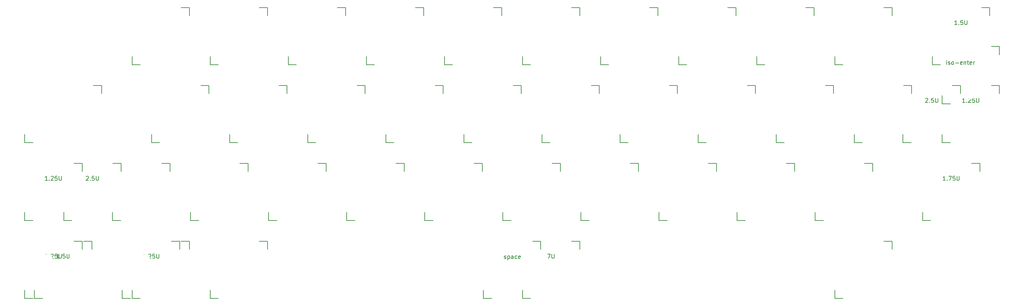
<source format=gbr>
%TF.GenerationSoftware,KiCad,Pcbnew,7.0.1*%
%TF.CreationDate,2023-04-14T20:37:59+02:00*%
%TF.ProjectId,no-escape,6e6f2d65-7363-4617-9065-2e6b69636164,rev?*%
%TF.SameCoordinates,Original*%
%TF.FileFunction,Legend,Top*%
%TF.FilePolarity,Positive*%
%FSLAX46Y46*%
G04 Gerber Fmt 4.6, Leading zero omitted, Abs format (unit mm)*
G04 Created by KiCad (PCBNEW 7.0.1) date 2023-04-14 20:37:59*
%MOMM*%
%LPD*%
G01*
G04 APERTURE LIST*
%ADD10C,0.150000*%
%ADD11C,3.987800*%
%ADD12C,1.750000*%
%ADD13C,2.500000*%
%ADD14C,1.701800*%
%ADD15C,3.048000*%
%ADD16R,1.700000X1.700000*%
%ADD17O,1.700000X1.700000*%
G04 APERTURE END LIST*
D10*
%TO.C,MX46*%
X37147619Y-98760619D02*
X36576191Y-98760619D01*
X36861905Y-98760619D02*
X36861905Y-97760619D01*
X36861905Y-97760619D02*
X36766667Y-97903476D01*
X36766667Y-97903476D02*
X36671429Y-97998714D01*
X36671429Y-97998714D02*
X36576191Y-98046333D01*
X37576191Y-98665380D02*
X37623810Y-98713000D01*
X37623810Y-98713000D02*
X37576191Y-98760619D01*
X37576191Y-98760619D02*
X37528572Y-98713000D01*
X37528572Y-98713000D02*
X37576191Y-98665380D01*
X37576191Y-98665380D02*
X37576191Y-98760619D01*
X38528571Y-97760619D02*
X38052381Y-97760619D01*
X38052381Y-97760619D02*
X38004762Y-98236809D01*
X38004762Y-98236809D02*
X38052381Y-98189190D01*
X38052381Y-98189190D02*
X38147619Y-98141571D01*
X38147619Y-98141571D02*
X38385714Y-98141571D01*
X38385714Y-98141571D02*
X38480952Y-98189190D01*
X38480952Y-98189190D02*
X38528571Y-98236809D01*
X38528571Y-98236809D02*
X38576190Y-98332047D01*
X38576190Y-98332047D02*
X38576190Y-98570142D01*
X38576190Y-98570142D02*
X38528571Y-98665380D01*
X38528571Y-98665380D02*
X38480952Y-98713000D01*
X38480952Y-98713000D02*
X38385714Y-98760619D01*
X38385714Y-98760619D02*
X38147619Y-98760619D01*
X38147619Y-98760619D02*
X38052381Y-98713000D01*
X38052381Y-98713000D02*
X38004762Y-98665380D01*
X39004762Y-97760619D02*
X39004762Y-98570142D01*
X39004762Y-98570142D02*
X39052381Y-98665380D01*
X39052381Y-98665380D02*
X39100000Y-98713000D01*
X39100000Y-98713000D02*
X39195238Y-98760619D01*
X39195238Y-98760619D02*
X39385714Y-98760619D01*
X39385714Y-98760619D02*
X39480952Y-98713000D01*
X39480952Y-98713000D02*
X39528571Y-98665380D01*
X39528571Y-98665380D02*
X39576190Y-98570142D01*
X39576190Y-98570142D02*
X39576190Y-97760619D01*
%TO.C,MX41*%
X253635047Y-51389369D02*
X253635047Y-50722702D01*
X253635047Y-50389369D02*
X253587428Y-50436988D01*
X253587428Y-50436988D02*
X253635047Y-50484607D01*
X253635047Y-50484607D02*
X253682666Y-50436988D01*
X253682666Y-50436988D02*
X253635047Y-50389369D01*
X253635047Y-50389369D02*
X253635047Y-50484607D01*
X254063618Y-51341750D02*
X254158856Y-51389369D01*
X254158856Y-51389369D02*
X254349332Y-51389369D01*
X254349332Y-51389369D02*
X254444570Y-51341750D01*
X254444570Y-51341750D02*
X254492189Y-51246511D01*
X254492189Y-51246511D02*
X254492189Y-51198892D01*
X254492189Y-51198892D02*
X254444570Y-51103654D01*
X254444570Y-51103654D02*
X254349332Y-51056035D01*
X254349332Y-51056035D02*
X254206475Y-51056035D01*
X254206475Y-51056035D02*
X254111237Y-51008416D01*
X254111237Y-51008416D02*
X254063618Y-50913178D01*
X254063618Y-50913178D02*
X254063618Y-50865559D01*
X254063618Y-50865559D02*
X254111237Y-50770321D01*
X254111237Y-50770321D02*
X254206475Y-50722702D01*
X254206475Y-50722702D02*
X254349332Y-50722702D01*
X254349332Y-50722702D02*
X254444570Y-50770321D01*
X255063618Y-51389369D02*
X254968380Y-51341750D01*
X254968380Y-51341750D02*
X254920761Y-51294130D01*
X254920761Y-51294130D02*
X254873142Y-51198892D01*
X254873142Y-51198892D02*
X254873142Y-50913178D01*
X254873142Y-50913178D02*
X254920761Y-50817940D01*
X254920761Y-50817940D02*
X254968380Y-50770321D01*
X254968380Y-50770321D02*
X255063618Y-50722702D01*
X255063618Y-50722702D02*
X255206475Y-50722702D01*
X255206475Y-50722702D02*
X255301713Y-50770321D01*
X255301713Y-50770321D02*
X255349332Y-50817940D01*
X255349332Y-50817940D02*
X255396951Y-50913178D01*
X255396951Y-50913178D02*
X255396951Y-51198892D01*
X255396951Y-51198892D02*
X255349332Y-51294130D01*
X255349332Y-51294130D02*
X255301713Y-51341750D01*
X255301713Y-51341750D02*
X255206475Y-51389369D01*
X255206475Y-51389369D02*
X255063618Y-51389369D01*
X255825523Y-51008416D02*
X256587428Y-51008416D01*
X257444570Y-51341750D02*
X257349332Y-51389369D01*
X257349332Y-51389369D02*
X257158856Y-51389369D01*
X257158856Y-51389369D02*
X257063618Y-51341750D01*
X257063618Y-51341750D02*
X257015999Y-51246511D01*
X257015999Y-51246511D02*
X257015999Y-50865559D01*
X257015999Y-50865559D02*
X257063618Y-50770321D01*
X257063618Y-50770321D02*
X257158856Y-50722702D01*
X257158856Y-50722702D02*
X257349332Y-50722702D01*
X257349332Y-50722702D02*
X257444570Y-50770321D01*
X257444570Y-50770321D02*
X257492189Y-50865559D01*
X257492189Y-50865559D02*
X257492189Y-50960797D01*
X257492189Y-50960797D02*
X257015999Y-51056035D01*
X257920761Y-50722702D02*
X257920761Y-51389369D01*
X257920761Y-50817940D02*
X257968380Y-50770321D01*
X257968380Y-50770321D02*
X258063618Y-50722702D01*
X258063618Y-50722702D02*
X258206475Y-50722702D01*
X258206475Y-50722702D02*
X258301713Y-50770321D01*
X258301713Y-50770321D02*
X258349332Y-50865559D01*
X258349332Y-50865559D02*
X258349332Y-51389369D01*
X258682666Y-50722702D02*
X259063618Y-50722702D01*
X258825523Y-50389369D02*
X258825523Y-51246511D01*
X258825523Y-51246511D02*
X258873142Y-51341750D01*
X258873142Y-51341750D02*
X258968380Y-51389369D01*
X258968380Y-51389369D02*
X259063618Y-51389369D01*
X259777904Y-51341750D02*
X259682666Y-51389369D01*
X259682666Y-51389369D02*
X259492190Y-51389369D01*
X259492190Y-51389369D02*
X259396952Y-51341750D01*
X259396952Y-51341750D02*
X259349333Y-51246511D01*
X259349333Y-51246511D02*
X259349333Y-50865559D01*
X259349333Y-50865559D02*
X259396952Y-50770321D01*
X259396952Y-50770321D02*
X259492190Y-50722702D01*
X259492190Y-50722702D02*
X259682666Y-50722702D01*
X259682666Y-50722702D02*
X259777904Y-50770321D01*
X259777904Y-50770321D02*
X259825523Y-50865559D01*
X259825523Y-50865559D02*
X259825523Y-50960797D01*
X259825523Y-50960797D02*
X259349333Y-51056035D01*
X260254095Y-51389369D02*
X260254095Y-50722702D01*
X260254095Y-50913178D02*
X260301714Y-50817940D01*
X260301714Y-50817940D02*
X260349333Y-50770321D01*
X260349333Y-50770321D02*
X260444571Y-50722702D01*
X260444571Y-50722702D02*
X260539809Y-50722702D01*
%TO.C,MX39*%
X156305357Y-97760619D02*
X156972023Y-97760619D01*
X156972023Y-97760619D02*
X156543452Y-98760619D01*
X157352976Y-97760619D02*
X157352976Y-98570142D01*
X157352976Y-98570142D02*
X157400595Y-98665380D01*
X157400595Y-98665380D02*
X157448214Y-98713000D01*
X157448214Y-98713000D02*
X157543452Y-98760619D01*
X157543452Y-98760619D02*
X157733928Y-98760619D01*
X157733928Y-98760619D02*
X157829166Y-98713000D01*
X157829166Y-98713000D02*
X157876785Y-98665380D01*
X157876785Y-98665380D02*
X157924404Y-98570142D01*
X157924404Y-98570142D02*
X157924404Y-97760619D01*
%TO.C,MX37*%
X58102678Y-98760619D02*
X57531250Y-98760619D01*
X57816964Y-98760619D02*
X57816964Y-97760619D01*
X57816964Y-97760619D02*
X57721726Y-97903476D01*
X57721726Y-97903476D02*
X57626488Y-97998714D01*
X57626488Y-97998714D02*
X57531250Y-98046333D01*
X58531250Y-98665380D02*
X58578869Y-98713000D01*
X58578869Y-98713000D02*
X58531250Y-98760619D01*
X58531250Y-98760619D02*
X58483631Y-98713000D01*
X58483631Y-98713000D02*
X58531250Y-98665380D01*
X58531250Y-98665380D02*
X58531250Y-98760619D01*
X58959821Y-97855857D02*
X59007440Y-97808238D01*
X59007440Y-97808238D02*
X59102678Y-97760619D01*
X59102678Y-97760619D02*
X59340773Y-97760619D01*
X59340773Y-97760619D02*
X59436011Y-97808238D01*
X59436011Y-97808238D02*
X59483630Y-97855857D01*
X59483630Y-97855857D02*
X59531249Y-97951095D01*
X59531249Y-97951095D02*
X59531249Y-98046333D01*
X59531249Y-98046333D02*
X59483630Y-98189190D01*
X59483630Y-98189190D02*
X58912202Y-98760619D01*
X58912202Y-98760619D02*
X59531249Y-98760619D01*
X60436011Y-97760619D02*
X59959821Y-97760619D01*
X59959821Y-97760619D02*
X59912202Y-98236809D01*
X59912202Y-98236809D02*
X59959821Y-98189190D01*
X59959821Y-98189190D02*
X60055059Y-98141571D01*
X60055059Y-98141571D02*
X60293154Y-98141571D01*
X60293154Y-98141571D02*
X60388392Y-98189190D01*
X60388392Y-98189190D02*
X60436011Y-98236809D01*
X60436011Y-98236809D02*
X60483630Y-98332047D01*
X60483630Y-98332047D02*
X60483630Y-98570142D01*
X60483630Y-98570142D02*
X60436011Y-98665380D01*
X60436011Y-98665380D02*
X60388392Y-98713000D01*
X60388392Y-98713000D02*
X60293154Y-98760619D01*
X60293154Y-98760619D02*
X60055059Y-98760619D01*
X60055059Y-98760619D02*
X59959821Y-98713000D01*
X59959821Y-98713000D02*
X59912202Y-98665380D01*
X60912202Y-97760619D02*
X60912202Y-98570142D01*
X60912202Y-98570142D02*
X60959821Y-98665380D01*
X60959821Y-98665380D02*
X61007440Y-98713000D01*
X61007440Y-98713000D02*
X61102678Y-98760619D01*
X61102678Y-98760619D02*
X61293154Y-98760619D01*
X61293154Y-98760619D02*
X61388392Y-98713000D01*
X61388392Y-98713000D02*
X61436011Y-98665380D01*
X61436011Y-98665380D02*
X61483630Y-98570142D01*
X61483630Y-98570142D02*
X61483630Y-97760619D01*
%TO.C,MX35*%
X253365178Y-79710619D02*
X252793750Y-79710619D01*
X253079464Y-79710619D02*
X253079464Y-78710619D01*
X253079464Y-78710619D02*
X252984226Y-78853476D01*
X252984226Y-78853476D02*
X252888988Y-78948714D01*
X252888988Y-78948714D02*
X252793750Y-78996333D01*
X253793750Y-79615380D02*
X253841369Y-79663000D01*
X253841369Y-79663000D02*
X253793750Y-79710619D01*
X253793750Y-79710619D02*
X253746131Y-79663000D01*
X253746131Y-79663000D02*
X253793750Y-79615380D01*
X253793750Y-79615380D02*
X253793750Y-79710619D01*
X254174702Y-78710619D02*
X254841368Y-78710619D01*
X254841368Y-78710619D02*
X254412797Y-79710619D01*
X255698511Y-78710619D02*
X255222321Y-78710619D01*
X255222321Y-78710619D02*
X255174702Y-79186809D01*
X255174702Y-79186809D02*
X255222321Y-79139190D01*
X255222321Y-79139190D02*
X255317559Y-79091571D01*
X255317559Y-79091571D02*
X255555654Y-79091571D01*
X255555654Y-79091571D02*
X255650892Y-79139190D01*
X255650892Y-79139190D02*
X255698511Y-79186809D01*
X255698511Y-79186809D02*
X255746130Y-79282047D01*
X255746130Y-79282047D02*
X255746130Y-79520142D01*
X255746130Y-79520142D02*
X255698511Y-79615380D01*
X255698511Y-79615380D02*
X255650892Y-79663000D01*
X255650892Y-79663000D02*
X255555654Y-79710619D01*
X255555654Y-79710619D02*
X255317559Y-79710619D01*
X255317559Y-79710619D02*
X255222321Y-79663000D01*
X255222321Y-79663000D02*
X255174702Y-79615380D01*
X256174702Y-78710619D02*
X256174702Y-79520142D01*
X256174702Y-79520142D02*
X256222321Y-79615380D01*
X256222321Y-79615380D02*
X256269940Y-79663000D01*
X256269940Y-79663000D02*
X256365178Y-79710619D01*
X256365178Y-79710619D02*
X256555654Y-79710619D01*
X256555654Y-79710619D02*
X256650892Y-79663000D01*
X256650892Y-79663000D02*
X256698511Y-79615380D01*
X256698511Y-79615380D02*
X256746130Y-79520142D01*
X256746130Y-79520142D02*
X256746130Y-78710619D01*
%TO.C,MX24*%
X34290178Y-79710619D02*
X33718750Y-79710619D01*
X34004464Y-79710619D02*
X34004464Y-78710619D01*
X34004464Y-78710619D02*
X33909226Y-78853476D01*
X33909226Y-78853476D02*
X33813988Y-78948714D01*
X33813988Y-78948714D02*
X33718750Y-78996333D01*
X34718750Y-79615380D02*
X34766369Y-79663000D01*
X34766369Y-79663000D02*
X34718750Y-79710619D01*
X34718750Y-79710619D02*
X34671131Y-79663000D01*
X34671131Y-79663000D02*
X34718750Y-79615380D01*
X34718750Y-79615380D02*
X34718750Y-79710619D01*
X35147321Y-78805857D02*
X35194940Y-78758238D01*
X35194940Y-78758238D02*
X35290178Y-78710619D01*
X35290178Y-78710619D02*
X35528273Y-78710619D01*
X35528273Y-78710619D02*
X35623511Y-78758238D01*
X35623511Y-78758238D02*
X35671130Y-78805857D01*
X35671130Y-78805857D02*
X35718749Y-78901095D01*
X35718749Y-78901095D02*
X35718749Y-78996333D01*
X35718749Y-78996333D02*
X35671130Y-79139190D01*
X35671130Y-79139190D02*
X35099702Y-79710619D01*
X35099702Y-79710619D02*
X35718749Y-79710619D01*
X36623511Y-78710619D02*
X36147321Y-78710619D01*
X36147321Y-78710619D02*
X36099702Y-79186809D01*
X36099702Y-79186809D02*
X36147321Y-79139190D01*
X36147321Y-79139190D02*
X36242559Y-79091571D01*
X36242559Y-79091571D02*
X36480654Y-79091571D01*
X36480654Y-79091571D02*
X36575892Y-79139190D01*
X36575892Y-79139190D02*
X36623511Y-79186809D01*
X36623511Y-79186809D02*
X36671130Y-79282047D01*
X36671130Y-79282047D02*
X36671130Y-79520142D01*
X36671130Y-79520142D02*
X36623511Y-79615380D01*
X36623511Y-79615380D02*
X36575892Y-79663000D01*
X36575892Y-79663000D02*
X36480654Y-79710619D01*
X36480654Y-79710619D02*
X36242559Y-79710619D01*
X36242559Y-79710619D02*
X36147321Y-79663000D01*
X36147321Y-79663000D02*
X36099702Y-79615380D01*
X37099702Y-78710619D02*
X37099702Y-79520142D01*
X37099702Y-79520142D02*
X37147321Y-79615380D01*
X37147321Y-79615380D02*
X37194940Y-79663000D01*
X37194940Y-79663000D02*
X37290178Y-79710619D01*
X37290178Y-79710619D02*
X37480654Y-79710619D01*
X37480654Y-79710619D02*
X37575892Y-79663000D01*
X37575892Y-79663000D02*
X37623511Y-79615380D01*
X37623511Y-79615380D02*
X37671130Y-79520142D01*
X37671130Y-79520142D02*
X37671130Y-78710619D01*
%TO.C,MX23*%
X258127678Y-60660619D02*
X257556250Y-60660619D01*
X257841964Y-60660619D02*
X257841964Y-59660619D01*
X257841964Y-59660619D02*
X257746726Y-59803476D01*
X257746726Y-59803476D02*
X257651488Y-59898714D01*
X257651488Y-59898714D02*
X257556250Y-59946333D01*
X258556250Y-60565380D02*
X258603869Y-60613000D01*
X258603869Y-60613000D02*
X258556250Y-60660619D01*
X258556250Y-60660619D02*
X258508631Y-60613000D01*
X258508631Y-60613000D02*
X258556250Y-60565380D01*
X258556250Y-60565380D02*
X258556250Y-60660619D01*
X258984821Y-59755857D02*
X259032440Y-59708238D01*
X259032440Y-59708238D02*
X259127678Y-59660619D01*
X259127678Y-59660619D02*
X259365773Y-59660619D01*
X259365773Y-59660619D02*
X259461011Y-59708238D01*
X259461011Y-59708238D02*
X259508630Y-59755857D01*
X259508630Y-59755857D02*
X259556249Y-59851095D01*
X259556249Y-59851095D02*
X259556249Y-59946333D01*
X259556249Y-59946333D02*
X259508630Y-60089190D01*
X259508630Y-60089190D02*
X258937202Y-60660619D01*
X258937202Y-60660619D02*
X259556249Y-60660619D01*
X260461011Y-59660619D02*
X259984821Y-59660619D01*
X259984821Y-59660619D02*
X259937202Y-60136809D01*
X259937202Y-60136809D02*
X259984821Y-60089190D01*
X259984821Y-60089190D02*
X260080059Y-60041571D01*
X260080059Y-60041571D02*
X260318154Y-60041571D01*
X260318154Y-60041571D02*
X260413392Y-60089190D01*
X260413392Y-60089190D02*
X260461011Y-60136809D01*
X260461011Y-60136809D02*
X260508630Y-60232047D01*
X260508630Y-60232047D02*
X260508630Y-60470142D01*
X260508630Y-60470142D02*
X260461011Y-60565380D01*
X260461011Y-60565380D02*
X260413392Y-60613000D01*
X260413392Y-60613000D02*
X260318154Y-60660619D01*
X260318154Y-60660619D02*
X260080059Y-60660619D01*
X260080059Y-60660619D02*
X259984821Y-60613000D01*
X259984821Y-60613000D02*
X259937202Y-60565380D01*
X260937202Y-59660619D02*
X260937202Y-60470142D01*
X260937202Y-60470142D02*
X260984821Y-60565380D01*
X260984821Y-60565380D02*
X261032440Y-60613000D01*
X261032440Y-60613000D02*
X261127678Y-60660619D01*
X261127678Y-60660619D02*
X261318154Y-60660619D01*
X261318154Y-60660619D02*
X261413392Y-60613000D01*
X261413392Y-60613000D02*
X261461011Y-60565380D01*
X261461011Y-60565380D02*
X261508630Y-60470142D01*
X261508630Y-60470142D02*
X261508630Y-59660619D01*
%TO.C,MX36*%
X34290178Y-98760619D02*
X33718750Y-98760619D01*
X34004464Y-98760619D02*
X34004464Y-97760619D01*
X34004464Y-97760619D02*
X33909226Y-97903476D01*
X33909226Y-97903476D02*
X33813988Y-97998714D01*
X33813988Y-97998714D02*
X33718750Y-98046333D01*
X34718750Y-98665380D02*
X34766369Y-98713000D01*
X34766369Y-98713000D02*
X34718750Y-98760619D01*
X34718750Y-98760619D02*
X34671131Y-98713000D01*
X34671131Y-98713000D02*
X34718750Y-98665380D01*
X34718750Y-98665380D02*
X34718750Y-98760619D01*
X35147321Y-97855857D02*
X35194940Y-97808238D01*
X35194940Y-97808238D02*
X35290178Y-97760619D01*
X35290178Y-97760619D02*
X35528273Y-97760619D01*
X35528273Y-97760619D02*
X35623511Y-97808238D01*
X35623511Y-97808238D02*
X35671130Y-97855857D01*
X35671130Y-97855857D02*
X35718749Y-97951095D01*
X35718749Y-97951095D02*
X35718749Y-98046333D01*
X35718749Y-98046333D02*
X35671130Y-98189190D01*
X35671130Y-98189190D02*
X35099702Y-98760619D01*
X35099702Y-98760619D02*
X35718749Y-98760619D01*
X36623511Y-97760619D02*
X36147321Y-97760619D01*
X36147321Y-97760619D02*
X36099702Y-98236809D01*
X36099702Y-98236809D02*
X36147321Y-98189190D01*
X36147321Y-98189190D02*
X36242559Y-98141571D01*
X36242559Y-98141571D02*
X36480654Y-98141571D01*
X36480654Y-98141571D02*
X36575892Y-98189190D01*
X36575892Y-98189190D02*
X36623511Y-98236809D01*
X36623511Y-98236809D02*
X36671130Y-98332047D01*
X36671130Y-98332047D02*
X36671130Y-98570142D01*
X36671130Y-98570142D02*
X36623511Y-98665380D01*
X36623511Y-98665380D02*
X36575892Y-98713000D01*
X36575892Y-98713000D02*
X36480654Y-98760619D01*
X36480654Y-98760619D02*
X36242559Y-98760619D01*
X36242559Y-98760619D02*
X36147321Y-98713000D01*
X36147321Y-98713000D02*
X36099702Y-98665380D01*
X37099702Y-97760619D02*
X37099702Y-98570142D01*
X37099702Y-98570142D02*
X37147321Y-98665380D01*
X37147321Y-98665380D02*
X37194940Y-98713000D01*
X37194940Y-98713000D02*
X37290178Y-98760619D01*
X37290178Y-98760619D02*
X37480654Y-98760619D01*
X37480654Y-98760619D02*
X37575892Y-98713000D01*
X37575892Y-98713000D02*
X37623511Y-98665380D01*
X37623511Y-98665380D02*
X37671130Y-98570142D01*
X37671130Y-98570142D02*
X37671130Y-97760619D01*
%TO.C,MX42*%
X248507357Y-59755848D02*
X248554976Y-59708229D01*
X248554976Y-59708229D02*
X248650214Y-59660610D01*
X248650214Y-59660610D02*
X248888309Y-59660610D01*
X248888309Y-59660610D02*
X248983547Y-59708229D01*
X248983547Y-59708229D02*
X249031166Y-59755848D01*
X249031166Y-59755848D02*
X249078785Y-59851086D01*
X249078785Y-59851086D02*
X249078785Y-59946324D01*
X249078785Y-59946324D02*
X249031166Y-60089181D01*
X249031166Y-60089181D02*
X248459738Y-60660610D01*
X248459738Y-60660610D02*
X249078785Y-60660610D01*
X249507357Y-60565371D02*
X249554976Y-60612991D01*
X249554976Y-60612991D02*
X249507357Y-60660610D01*
X249507357Y-60660610D02*
X249459738Y-60612991D01*
X249459738Y-60612991D02*
X249507357Y-60565371D01*
X249507357Y-60565371D02*
X249507357Y-60660610D01*
X250459737Y-59660610D02*
X249983547Y-59660610D01*
X249983547Y-59660610D02*
X249935928Y-60136800D01*
X249935928Y-60136800D02*
X249983547Y-60089181D01*
X249983547Y-60089181D02*
X250078785Y-60041562D01*
X250078785Y-60041562D02*
X250316880Y-60041562D01*
X250316880Y-60041562D02*
X250412118Y-60089181D01*
X250412118Y-60089181D02*
X250459737Y-60136800D01*
X250459737Y-60136800D02*
X250507356Y-60232038D01*
X250507356Y-60232038D02*
X250507356Y-60470133D01*
X250507356Y-60470133D02*
X250459737Y-60565371D01*
X250459737Y-60565371D02*
X250412118Y-60612991D01*
X250412118Y-60612991D02*
X250316880Y-60660610D01*
X250316880Y-60660610D02*
X250078785Y-60660610D01*
X250078785Y-60660610D02*
X249983547Y-60612991D01*
X249983547Y-60612991D02*
X249935928Y-60565371D01*
X250935928Y-59660610D02*
X250935928Y-60470133D01*
X250935928Y-60470133D02*
X250983547Y-60565371D01*
X250983547Y-60565371D02*
X251031166Y-60612991D01*
X251031166Y-60612991D02*
X251126404Y-60660610D01*
X251126404Y-60660610D02*
X251316880Y-60660610D01*
X251316880Y-60660610D02*
X251412118Y-60612991D01*
X251412118Y-60612991D02*
X251459737Y-60565371D01*
X251459737Y-60565371D02*
X251507356Y-60470133D01*
X251507356Y-60470133D02*
X251507356Y-59660610D01*
%TO.C,MX43*%
X43719941Y-78805857D02*
X43767560Y-78758238D01*
X43767560Y-78758238D02*
X43862798Y-78710619D01*
X43862798Y-78710619D02*
X44100893Y-78710619D01*
X44100893Y-78710619D02*
X44196131Y-78758238D01*
X44196131Y-78758238D02*
X44243750Y-78805857D01*
X44243750Y-78805857D02*
X44291369Y-78901095D01*
X44291369Y-78901095D02*
X44291369Y-78996333D01*
X44291369Y-78996333D02*
X44243750Y-79139190D01*
X44243750Y-79139190D02*
X43672322Y-79710619D01*
X43672322Y-79710619D02*
X44291369Y-79710619D01*
X44719941Y-79615380D02*
X44767560Y-79663000D01*
X44767560Y-79663000D02*
X44719941Y-79710619D01*
X44719941Y-79710619D02*
X44672322Y-79663000D01*
X44672322Y-79663000D02*
X44719941Y-79615380D01*
X44719941Y-79615380D02*
X44719941Y-79710619D01*
X45672321Y-78710619D02*
X45196131Y-78710619D01*
X45196131Y-78710619D02*
X45148512Y-79186809D01*
X45148512Y-79186809D02*
X45196131Y-79139190D01*
X45196131Y-79139190D02*
X45291369Y-79091571D01*
X45291369Y-79091571D02*
X45529464Y-79091571D01*
X45529464Y-79091571D02*
X45624702Y-79139190D01*
X45624702Y-79139190D02*
X45672321Y-79186809D01*
X45672321Y-79186809D02*
X45719940Y-79282047D01*
X45719940Y-79282047D02*
X45719940Y-79520142D01*
X45719940Y-79520142D02*
X45672321Y-79615380D01*
X45672321Y-79615380D02*
X45624702Y-79663000D01*
X45624702Y-79663000D02*
X45529464Y-79710619D01*
X45529464Y-79710619D02*
X45291369Y-79710619D01*
X45291369Y-79710619D02*
X45196131Y-79663000D01*
X45196131Y-79663000D02*
X45148512Y-79615380D01*
X46148512Y-78710619D02*
X46148512Y-79520142D01*
X46148512Y-79520142D02*
X46196131Y-79615380D01*
X46196131Y-79615380D02*
X46243750Y-79663000D01*
X46243750Y-79663000D02*
X46338988Y-79710619D01*
X46338988Y-79710619D02*
X46529464Y-79710619D01*
X46529464Y-79710619D02*
X46624702Y-79663000D01*
X46624702Y-79663000D02*
X46672321Y-79615380D01*
X46672321Y-79615380D02*
X46719940Y-79520142D01*
X46719940Y-79520142D02*
X46719940Y-78710619D01*
%TO.C,MX44*%
X145724809Y-98840000D02*
X145820047Y-98887619D01*
X145820047Y-98887619D02*
X146010523Y-98887619D01*
X146010523Y-98887619D02*
X146105761Y-98840000D01*
X146105761Y-98840000D02*
X146153380Y-98744761D01*
X146153380Y-98744761D02*
X146153380Y-98697142D01*
X146153380Y-98697142D02*
X146105761Y-98601904D01*
X146105761Y-98601904D02*
X146010523Y-98554285D01*
X146010523Y-98554285D02*
X145867666Y-98554285D01*
X145867666Y-98554285D02*
X145772428Y-98506666D01*
X145772428Y-98506666D02*
X145724809Y-98411428D01*
X145724809Y-98411428D02*
X145724809Y-98363809D01*
X145724809Y-98363809D02*
X145772428Y-98268571D01*
X145772428Y-98268571D02*
X145867666Y-98220952D01*
X145867666Y-98220952D02*
X146010523Y-98220952D01*
X146010523Y-98220952D02*
X146105761Y-98268571D01*
X146581952Y-98220952D02*
X146581952Y-99220952D01*
X146581952Y-98268571D02*
X146677190Y-98220952D01*
X146677190Y-98220952D02*
X146867666Y-98220952D01*
X146867666Y-98220952D02*
X146962904Y-98268571D01*
X146962904Y-98268571D02*
X147010523Y-98316190D01*
X147010523Y-98316190D02*
X147058142Y-98411428D01*
X147058142Y-98411428D02*
X147058142Y-98697142D01*
X147058142Y-98697142D02*
X147010523Y-98792380D01*
X147010523Y-98792380D02*
X146962904Y-98840000D01*
X146962904Y-98840000D02*
X146867666Y-98887619D01*
X146867666Y-98887619D02*
X146677190Y-98887619D01*
X146677190Y-98887619D02*
X146581952Y-98840000D01*
X147915285Y-98887619D02*
X147915285Y-98363809D01*
X147915285Y-98363809D02*
X147867666Y-98268571D01*
X147867666Y-98268571D02*
X147772428Y-98220952D01*
X147772428Y-98220952D02*
X147581952Y-98220952D01*
X147581952Y-98220952D02*
X147486714Y-98268571D01*
X147915285Y-98840000D02*
X147820047Y-98887619D01*
X147820047Y-98887619D02*
X147581952Y-98887619D01*
X147581952Y-98887619D02*
X147486714Y-98840000D01*
X147486714Y-98840000D02*
X147439095Y-98744761D01*
X147439095Y-98744761D02*
X147439095Y-98649523D01*
X147439095Y-98649523D02*
X147486714Y-98554285D01*
X147486714Y-98554285D02*
X147581952Y-98506666D01*
X147581952Y-98506666D02*
X147820047Y-98506666D01*
X147820047Y-98506666D02*
X147915285Y-98459047D01*
X148820047Y-98840000D02*
X148724809Y-98887619D01*
X148724809Y-98887619D02*
X148534333Y-98887619D01*
X148534333Y-98887619D02*
X148439095Y-98840000D01*
X148439095Y-98840000D02*
X148391476Y-98792380D01*
X148391476Y-98792380D02*
X148343857Y-98697142D01*
X148343857Y-98697142D02*
X148343857Y-98411428D01*
X148343857Y-98411428D02*
X148391476Y-98316190D01*
X148391476Y-98316190D02*
X148439095Y-98268571D01*
X148439095Y-98268571D02*
X148534333Y-98220952D01*
X148534333Y-98220952D02*
X148724809Y-98220952D01*
X148724809Y-98220952D02*
X148820047Y-98268571D01*
X149629571Y-98840000D02*
X149534333Y-98887619D01*
X149534333Y-98887619D02*
X149343857Y-98887619D01*
X149343857Y-98887619D02*
X149248619Y-98840000D01*
X149248619Y-98840000D02*
X149201000Y-98744761D01*
X149201000Y-98744761D02*
X149201000Y-98363809D01*
X149201000Y-98363809D02*
X149248619Y-98268571D01*
X149248619Y-98268571D02*
X149343857Y-98220952D01*
X149343857Y-98220952D02*
X149534333Y-98220952D01*
X149534333Y-98220952D02*
X149629571Y-98268571D01*
X149629571Y-98268571D02*
X149677190Y-98363809D01*
X149677190Y-98363809D02*
X149677190Y-98459047D01*
X149677190Y-98459047D02*
X149201000Y-98554285D01*
%TO.C,MX11*%
X256222619Y-41610619D02*
X255651191Y-41610619D01*
X255936905Y-41610619D02*
X255936905Y-40610619D01*
X255936905Y-40610619D02*
X255841667Y-40753476D01*
X255841667Y-40753476D02*
X255746429Y-40848714D01*
X255746429Y-40848714D02*
X255651191Y-40896333D01*
X256651191Y-41515380D02*
X256698810Y-41563000D01*
X256698810Y-41563000D02*
X256651191Y-41610619D01*
X256651191Y-41610619D02*
X256603572Y-41563000D01*
X256603572Y-41563000D02*
X256651191Y-41515380D01*
X256651191Y-41515380D02*
X256651191Y-41610619D01*
X257603571Y-40610619D02*
X257127381Y-40610619D01*
X257127381Y-40610619D02*
X257079762Y-41086809D01*
X257079762Y-41086809D02*
X257127381Y-41039190D01*
X257127381Y-41039190D02*
X257222619Y-40991571D01*
X257222619Y-40991571D02*
X257460714Y-40991571D01*
X257460714Y-40991571D02*
X257555952Y-41039190D01*
X257555952Y-41039190D02*
X257603571Y-41086809D01*
X257603571Y-41086809D02*
X257651190Y-41182047D01*
X257651190Y-41182047D02*
X257651190Y-41420142D01*
X257651190Y-41420142D02*
X257603571Y-41515380D01*
X257603571Y-41515380D02*
X257555952Y-41563000D01*
X257555952Y-41563000D02*
X257460714Y-41610619D01*
X257460714Y-41610619D02*
X257222619Y-41610619D01*
X257222619Y-41610619D02*
X257127381Y-41563000D01*
X257127381Y-41563000D02*
X257079762Y-41515380D01*
X258079762Y-40610619D02*
X258079762Y-41420142D01*
X258079762Y-41420142D02*
X258127381Y-41515380D01*
X258127381Y-41515380D02*
X258175000Y-41563000D01*
X258175000Y-41563000D02*
X258270238Y-41610619D01*
X258270238Y-41610619D02*
X258460714Y-41610619D01*
X258460714Y-41610619D02*
X258555952Y-41563000D01*
X258555952Y-41563000D02*
X258603571Y-41515380D01*
X258603571Y-41515380D02*
X258651190Y-41420142D01*
X258651190Y-41420142D02*
X258651190Y-40610619D01*
%TO.C,MX46*%
X43100000Y-94600000D02*
X45100000Y-94600000D01*
X31100000Y-106600000D02*
X31100000Y-108600000D01*
X31100000Y-108600000D02*
X33100000Y-108600000D01*
X45100000Y-94600000D02*
X45100000Y-96600000D01*
%TO.C,MX45*%
X66912500Y-94600000D02*
X68912500Y-94600000D01*
X68912500Y-94600000D02*
X68912500Y-96600000D01*
X54912500Y-106600000D02*
X54912500Y-108600000D01*
X54912500Y-108600000D02*
X56912500Y-108600000D01*
%TO.C,MX41*%
X252556000Y-58974750D02*
X252556000Y-60974750D01*
X252556000Y-60974750D02*
X254556000Y-60974750D01*
X264556000Y-46974750D02*
X266556000Y-46974750D01*
X266556000Y-46974750D02*
X266556000Y-48974750D01*
%TO.C,MX29*%
X126350000Y-87550000D02*
X126350000Y-89550000D01*
X126350000Y-89550000D02*
X128350000Y-89550000D01*
X138350000Y-75550000D02*
X140350000Y-75550000D01*
X140350000Y-75550000D02*
X140350000Y-77550000D01*
%TO.C,MX39*%
X150162500Y-106600000D02*
X150162500Y-108600000D01*
X150162500Y-108600000D02*
X152162500Y-108600000D01*
X162162500Y-94600000D02*
X164162500Y-94600000D01*
X164162500Y-94600000D02*
X164162500Y-96600000D01*
%TO.C,MX30*%
X145400000Y-87550000D02*
X145400000Y-89550000D01*
X145400000Y-89550000D02*
X147400000Y-89550000D01*
X157400000Y-75550000D02*
X159400000Y-75550000D01*
X159400000Y-75550000D02*
X159400000Y-77550000D01*
%TO.C,MX37*%
X52531250Y-106600000D02*
X52531250Y-108600000D01*
X52531250Y-108600000D02*
X54531250Y-108600000D01*
X64531250Y-94600000D02*
X66531250Y-94600000D01*
X66531250Y-94600000D02*
X66531250Y-96600000D01*
%TO.C,MX40*%
X226362500Y-106600000D02*
X226362500Y-108600000D01*
X226362500Y-108600000D02*
X228362500Y-108600000D01*
X238362500Y-94600000D02*
X240362500Y-94600000D01*
X240362500Y-94600000D02*
X240362500Y-96600000D01*
%TO.C,MX7*%
X169212500Y-49450000D02*
X169212500Y-51450000D01*
X169212500Y-51450000D02*
X171212500Y-51450000D01*
X181212500Y-37450000D02*
X183212500Y-37450000D01*
X183212500Y-37450000D02*
X183212500Y-39450000D01*
%TO.C,MX27*%
X88250000Y-87550000D02*
X88250000Y-89550000D01*
X88250000Y-89550000D02*
X90250000Y-89550000D01*
X100250000Y-75550000D02*
X102250000Y-75550000D01*
X102250000Y-75550000D02*
X102250000Y-77550000D01*
%TO.C,MX17*%
X135875000Y-68500000D02*
X135875000Y-70500000D01*
X135875000Y-70500000D02*
X137875000Y-70500000D01*
X147875000Y-56500000D02*
X149875000Y-56500000D01*
X149875000Y-56500000D02*
X149875000Y-58500000D01*
%TO.C,MX1*%
X54912500Y-49450000D02*
X54912500Y-51450000D01*
X54912500Y-51450000D02*
X56912500Y-51450000D01*
X66912500Y-37450000D02*
X68912500Y-37450000D01*
X68912500Y-37450000D02*
X68912500Y-39450000D01*
%TO.C,MX15*%
X97775000Y-68500000D02*
X97775000Y-70500000D01*
X97775000Y-70500000D02*
X99775000Y-70500000D01*
X109775000Y-56500000D02*
X111775000Y-56500000D01*
X111775000Y-56500000D02*
X111775000Y-58500000D01*
%TO.C,MX32*%
X183500000Y-87550000D02*
X183500000Y-89550000D01*
X183500000Y-89550000D02*
X185500000Y-89550000D01*
X195500000Y-75550000D02*
X197500000Y-75550000D01*
X197500000Y-75550000D02*
X197500000Y-77550000D01*
%TO.C,MX35*%
X247793750Y-87550000D02*
X247793750Y-89550000D01*
X247793750Y-89550000D02*
X249793750Y-89550000D01*
X259793750Y-75550000D02*
X261793750Y-75550000D01*
X261793750Y-75550000D02*
X261793750Y-77550000D01*
%TO.C,MX24*%
X28718750Y-87550000D02*
X28718750Y-89550000D01*
X28718750Y-89550000D02*
X30718750Y-89550000D01*
X40718750Y-75550000D02*
X42718750Y-75550000D01*
X42718750Y-75550000D02*
X42718750Y-77550000D01*
%TO.C,MX13*%
X59675000Y-68500000D02*
X59675000Y-70500000D01*
X59675000Y-70500000D02*
X61675000Y-70500000D01*
X71675000Y-56500000D02*
X73675000Y-56500000D01*
X73675000Y-56500000D02*
X73675000Y-58500000D01*
%TO.C,MX23*%
X252556250Y-68500000D02*
X252556250Y-70500000D01*
X252556250Y-70500000D02*
X254556250Y-70500000D01*
X264556250Y-56500000D02*
X266556250Y-56500000D01*
X266556250Y-56500000D02*
X266556250Y-58500000D01*
%TO.C,MX9*%
X207312500Y-49450000D02*
X207312500Y-51450000D01*
X207312500Y-51450000D02*
X209312500Y-51450000D01*
X219312500Y-37450000D02*
X221312500Y-37450000D01*
X221312500Y-37450000D02*
X221312500Y-39450000D01*
%TO.C,MX31*%
X164450000Y-87550000D02*
X164450000Y-89550000D01*
X164450000Y-89550000D02*
X166450000Y-89550000D01*
X176450000Y-75550000D02*
X178450000Y-75550000D01*
X178450000Y-75550000D02*
X178450000Y-77550000D01*
%TO.C,MX14*%
X78725000Y-68500000D02*
X78725000Y-70500000D01*
X78725000Y-70500000D02*
X80725000Y-70500000D01*
X90725000Y-56500000D02*
X92725000Y-56500000D01*
X92725000Y-56500000D02*
X92725000Y-58500000D01*
%TO.C,MX10*%
X226362500Y-49450000D02*
X226362500Y-51450000D01*
X226362500Y-51450000D02*
X228362500Y-51450000D01*
X238362500Y-37450000D02*
X240362500Y-37450000D01*
X240362500Y-37450000D02*
X240362500Y-39450000D01*
%TO.C,MX20*%
X193025000Y-68500000D02*
X193025000Y-70500000D01*
X193025000Y-70500000D02*
X195025000Y-70500000D01*
X205025000Y-56500000D02*
X207025000Y-56500000D01*
X207025000Y-56500000D02*
X207025000Y-58500000D01*
%TO.C,MX25*%
X50150000Y-87550000D02*
X50150000Y-89550000D01*
X50150000Y-89550000D02*
X52150000Y-89550000D01*
X62150000Y-75550000D02*
X64150000Y-75550000D01*
X64150000Y-75550000D02*
X64150000Y-77550000D01*
%TO.C,MX22*%
X231125000Y-68500000D02*
X231125000Y-70500000D01*
X231125000Y-70500000D02*
X233125000Y-70500000D01*
X243125000Y-56500000D02*
X245125000Y-56500000D01*
X245125000Y-56500000D02*
X245125000Y-58500000D01*
%TO.C,MX5*%
X131112500Y-49450000D02*
X131112500Y-51450000D01*
X131112500Y-51450000D02*
X133112500Y-51450000D01*
X143112500Y-37450000D02*
X145112500Y-37450000D01*
X145112500Y-37450000D02*
X145112500Y-39450000D01*
%TO.C,MX36*%
X28718750Y-106600000D02*
X28718750Y-108600000D01*
X28718750Y-108600000D02*
X30718750Y-108600000D01*
X40718750Y-94600000D02*
X42718750Y-94600000D01*
X42718750Y-94600000D02*
X42718750Y-96600000D01*
%TO.C,MX42*%
X243031166Y-68499991D02*
X243031166Y-70499991D01*
X243031166Y-70499991D02*
X245031166Y-70499991D01*
X255031166Y-56499991D02*
X257031166Y-56499991D01*
X257031166Y-56499991D02*
X257031166Y-58499991D01*
%TO.C,MX43*%
X38243750Y-87550000D02*
X38243750Y-89550000D01*
X38243750Y-89550000D02*
X40243750Y-89550000D01*
X50243750Y-75550000D02*
X52243750Y-75550000D01*
X52243750Y-75550000D02*
X52243750Y-77550000D01*
%TO.C,MX18*%
X154925000Y-68500000D02*
X154925000Y-70500000D01*
X154925000Y-70500000D02*
X156925000Y-70500000D01*
X166925000Y-56500000D02*
X168925000Y-56500000D01*
X168925000Y-56500000D02*
X168925000Y-58500000D01*
%TO.C,MX44*%
X140637916Y-106599991D02*
X140637916Y-108599991D01*
X140637916Y-108599991D02*
X142637916Y-108599991D01*
X152637916Y-94599991D02*
X154637916Y-94599991D01*
X154637916Y-94599991D02*
X154637916Y-96599991D01*
%TO.C,MX6*%
X150162500Y-49450000D02*
X150162500Y-51450000D01*
X150162500Y-51450000D02*
X152162500Y-51450000D01*
X162162500Y-37450000D02*
X164162500Y-37450000D01*
X164162500Y-37450000D02*
X164162500Y-39450000D01*
%TO.C,MX21*%
X212075000Y-68500000D02*
X212075000Y-70500000D01*
X212075000Y-70500000D02*
X214075000Y-70500000D01*
X224075000Y-56500000D02*
X226075000Y-56500000D01*
X226075000Y-56500000D02*
X226075000Y-58500000D01*
%TO.C,MX16*%
X116825000Y-68500000D02*
X116825000Y-70500000D01*
X116825000Y-70500000D02*
X118825000Y-70500000D01*
X128825000Y-56500000D02*
X130825000Y-56500000D01*
X130825000Y-56500000D02*
X130825000Y-58500000D01*
%TO.C,MX8*%
X188262500Y-49450000D02*
X188262500Y-51450000D01*
X188262500Y-51450000D02*
X190262500Y-51450000D01*
X200262500Y-37450000D02*
X202262500Y-37450000D01*
X202262500Y-37450000D02*
X202262500Y-39450000D01*
%TO.C,MX11*%
X250175000Y-49450000D02*
X250175000Y-51450000D01*
X250175000Y-51450000D02*
X252175000Y-51450000D01*
X262175000Y-37450000D02*
X264175000Y-37450000D01*
X264175000Y-37450000D02*
X264175000Y-39450000D01*
%TO.C,MX12*%
X28718250Y-68500000D02*
X28718250Y-70500000D01*
X28718250Y-70500000D02*
X30718250Y-70500000D01*
X45481250Y-56500000D02*
X47481250Y-56500000D01*
X47481250Y-56500000D02*
X47481250Y-58500000D01*
%TO.C,MX3*%
X93012500Y-49450000D02*
X93012500Y-51450000D01*
X93012500Y-51450000D02*
X95012500Y-51450000D01*
X105012500Y-37450000D02*
X107012500Y-37450000D01*
X107012500Y-37450000D02*
X107012500Y-39450000D01*
%TO.C,MX33*%
X202550000Y-87550000D02*
X202550000Y-89550000D01*
X202550000Y-89550000D02*
X204550000Y-89550000D01*
X214550000Y-75550000D02*
X216550000Y-75550000D01*
X216550000Y-75550000D02*
X216550000Y-77550000D01*
%TO.C,MX34*%
X221600000Y-87550000D02*
X221600000Y-89550000D01*
X221600000Y-89550000D02*
X223600000Y-89550000D01*
X233600000Y-75550000D02*
X235600000Y-75550000D01*
X235600000Y-75550000D02*
X235600000Y-77550000D01*
%TO.C,MX4*%
X112062500Y-49450000D02*
X112062500Y-51450000D01*
X112062500Y-51450000D02*
X114062500Y-51450000D01*
X124062500Y-37450000D02*
X126062500Y-37450000D01*
X126062500Y-37450000D02*
X126062500Y-39450000D01*
%TO.C,MX19*%
X173975000Y-68500000D02*
X173975000Y-70500000D01*
X173975000Y-70500000D02*
X175975000Y-70500000D01*
X185975000Y-56500000D02*
X187975000Y-56500000D01*
X187975000Y-56500000D02*
X187975000Y-58500000D01*
%TO.C,MX28*%
X107300000Y-87550000D02*
X107300000Y-89550000D01*
X107300000Y-89550000D02*
X109300000Y-89550000D01*
X119300000Y-75550000D02*
X121300000Y-75550000D01*
X121300000Y-75550000D02*
X121300000Y-77550000D01*
%TO.C,MX26*%
X69200000Y-87550000D02*
X69200000Y-89550000D01*
X69200000Y-89550000D02*
X71200000Y-89550000D01*
X81200000Y-75550000D02*
X83200000Y-75550000D01*
X83200000Y-75550000D02*
X83200000Y-77550000D01*
%TO.C,MX38*%
X73962500Y-106600000D02*
X73962500Y-108600000D01*
X73962500Y-108600000D02*
X75962500Y-108600000D01*
X85962500Y-94600000D02*
X87962500Y-94600000D01*
X87962500Y-94600000D02*
X87962500Y-96600000D01*
%TO.C,MX2*%
X73962500Y-49450000D02*
X73962500Y-51450000D01*
X73962500Y-51450000D02*
X75962500Y-51450000D01*
X85962500Y-37450000D02*
X87962500Y-37450000D01*
X87962500Y-37450000D02*
X87962500Y-39450000D01*
%TD*%
%LPC*%
D11*
%TO.C,MX46*%
X38100000Y-101600000D03*
D12*
X43180000Y-101600000D03*
X33020000Y-101600000D03*
D13*
X34290000Y-99060000D03*
X40640000Y-96520000D03*
%TD*%
%TO.C,MX45*%
X64452500Y-96520000D03*
X58102500Y-99060000D03*
D12*
X56832500Y-101600000D03*
X66992500Y-101600000D03*
D11*
X61912500Y-101600000D03*
%TD*%
%TO.C,MX41*%
X251301000Y-42036750D03*
X251301000Y-65912750D03*
D14*
X259556000Y-48894750D03*
D11*
X259556000Y-53974750D03*
D14*
X259556000Y-59054750D03*
D15*
X266541000Y-42036750D03*
X266541000Y-65912750D03*
%TD*%
D12*
%TO.C,MX29*%
X128270000Y-82550000D03*
D11*
X133350000Y-82550000D03*
D12*
X138430000Y-82550000D03*
%TD*%
D11*
%TO.C,MX39*%
X100012500Y-93345000D03*
D15*
X100012500Y-108585000D03*
D12*
X152082500Y-101600000D03*
D11*
X157162500Y-101600000D03*
D12*
X162242500Y-101600000D03*
D11*
X214312500Y-93345000D03*
D15*
X214312500Y-108585000D03*
%TD*%
D12*
%TO.C,MX30*%
X147320000Y-82550000D03*
D11*
X152400000Y-82550000D03*
D12*
X157480000Y-82550000D03*
%TD*%
%TO.C,MX37*%
X54451250Y-101600000D03*
D11*
X59531250Y-101600000D03*
D12*
X64611250Y-101600000D03*
%TD*%
%TO.C,MX40*%
X228282500Y-101600000D03*
D11*
X233362500Y-101600000D03*
D12*
X238442500Y-101600000D03*
%TD*%
%TO.C,MX7*%
X171132500Y-44450000D03*
D11*
X176212500Y-44450000D03*
D12*
X181292500Y-44450000D03*
%TD*%
%TO.C,MX27*%
X90170000Y-82550000D03*
D11*
X95250000Y-82550000D03*
D12*
X100330000Y-82550000D03*
%TD*%
%TO.C,MX17*%
X137795000Y-63500000D03*
D11*
X142875000Y-63500000D03*
D12*
X147955000Y-63500000D03*
%TD*%
%TO.C,MX1*%
X56832500Y-44450000D03*
D11*
X61912500Y-44450000D03*
D12*
X66992500Y-44450000D03*
%TD*%
%TO.C,MX15*%
X99695000Y-63500000D03*
D11*
X104775000Y-63500000D03*
D12*
X109855000Y-63500000D03*
%TD*%
%TO.C,MX32*%
X185420000Y-82550000D03*
D11*
X190500000Y-82550000D03*
D12*
X195580000Y-82550000D03*
%TD*%
%TO.C,MX35*%
X249713750Y-82550000D03*
D11*
X254793750Y-82550000D03*
D12*
X259873750Y-82550000D03*
%TD*%
%TO.C,MX24*%
X30638750Y-82550000D03*
D11*
X35718750Y-82550000D03*
D12*
X40798750Y-82550000D03*
%TD*%
%TO.C,MX13*%
X61595000Y-63500000D03*
D11*
X66675000Y-63500000D03*
D12*
X71755000Y-63500000D03*
%TD*%
%TO.C,MX23*%
X254476250Y-63500000D03*
D11*
X259556250Y-63500000D03*
D12*
X264636250Y-63500000D03*
%TD*%
%TO.C,MX9*%
X209232500Y-44450000D03*
D11*
X214312500Y-44450000D03*
D12*
X219392500Y-44450000D03*
%TD*%
%TO.C,MX31*%
X166370000Y-82550000D03*
D11*
X171450000Y-82550000D03*
D12*
X176530000Y-82550000D03*
%TD*%
%TO.C,MX14*%
X80645000Y-63500000D03*
D11*
X85725000Y-63500000D03*
D12*
X90805000Y-63500000D03*
%TD*%
%TO.C,MX10*%
X228282500Y-44450000D03*
D11*
X233362500Y-44450000D03*
D12*
X238442500Y-44450000D03*
%TD*%
%TO.C,MX20*%
X194945000Y-63500000D03*
D11*
X200025000Y-63500000D03*
D12*
X205105000Y-63500000D03*
%TD*%
%TO.C,MX25*%
X52070000Y-82550000D03*
D11*
X57150000Y-82550000D03*
D12*
X62230000Y-82550000D03*
%TD*%
%TO.C,MX22*%
X233045000Y-63500000D03*
D11*
X238125000Y-63500000D03*
D12*
X243205000Y-63500000D03*
%TD*%
%TO.C,MX5*%
X133032500Y-44450000D03*
D11*
X138112500Y-44450000D03*
D12*
X143192500Y-44450000D03*
%TD*%
%TO.C,MX36*%
X30638750Y-101600000D03*
D11*
X35718750Y-101600000D03*
D12*
X40798750Y-101600000D03*
%TD*%
D15*
%TO.C,MX42*%
X238092916Y-56514991D03*
D11*
X238092916Y-71754991D03*
D12*
X244951166Y-63499991D03*
D11*
X250031166Y-63499991D03*
D12*
X255111166Y-63499991D03*
D15*
X261969416Y-56514991D03*
D11*
X261969416Y-71754991D03*
%TD*%
D15*
%TO.C,MX43*%
X33305500Y-75565000D03*
D11*
X33305500Y-90805000D03*
D12*
X40163750Y-82550000D03*
D11*
X45243750Y-82550000D03*
D12*
X50323750Y-82550000D03*
D15*
X57182000Y-75565000D03*
D11*
X57182000Y-90805000D03*
%TD*%
D12*
%TO.C,MX18*%
X156845000Y-63500000D03*
D11*
X161925000Y-63500000D03*
D12*
X167005000Y-63500000D03*
%TD*%
D11*
%TO.C,MX44*%
X80962916Y-93344991D03*
D15*
X80962916Y-108584991D03*
D14*
X142557916Y-101599991D03*
D11*
X147637916Y-101599991D03*
D14*
X152717916Y-101599991D03*
D11*
X214312916Y-93344991D03*
D15*
X214312916Y-108584991D03*
%TD*%
D12*
%TO.C,MX6*%
X152082500Y-44450000D03*
D11*
X157162500Y-44450000D03*
D12*
X162242500Y-44450000D03*
%TD*%
%TO.C,MX21*%
X213995000Y-63500000D03*
D11*
X219075000Y-63500000D03*
D12*
X224155000Y-63500000D03*
%TD*%
%TO.C,MX16*%
X118745000Y-63500000D03*
D11*
X123825000Y-63500000D03*
D12*
X128905000Y-63500000D03*
%TD*%
%TO.C,MX8*%
X190182500Y-44450000D03*
D11*
X195262500Y-44450000D03*
D12*
X200342500Y-44450000D03*
%TD*%
%TO.C,MX11*%
X252095000Y-44450000D03*
D11*
X257175000Y-44450000D03*
D12*
X262255000Y-44450000D03*
%TD*%
%TO.C,MX12*%
X30638250Y-63500000D03*
D11*
X35718250Y-63500000D03*
X40481250Y-63500000D03*
D12*
X45561250Y-63500000D03*
%TD*%
%TO.C,MX3*%
X94932500Y-44450000D03*
D11*
X100012500Y-44450000D03*
D12*
X105092500Y-44450000D03*
%TD*%
%TO.C,MX33*%
X204470000Y-82550000D03*
D11*
X209550000Y-82550000D03*
D12*
X214630000Y-82550000D03*
%TD*%
%TO.C,MX34*%
X223520000Y-82550000D03*
D11*
X228600000Y-82550000D03*
D12*
X233680000Y-82550000D03*
%TD*%
%TO.C,MX4*%
X113982500Y-44450000D03*
D11*
X119062500Y-44450000D03*
D12*
X124142500Y-44450000D03*
%TD*%
%TO.C,MX19*%
X175895000Y-63500000D03*
D11*
X180975000Y-63500000D03*
D12*
X186055000Y-63500000D03*
%TD*%
%TO.C,MX28*%
X109220000Y-82550000D03*
D11*
X114300000Y-82550000D03*
D12*
X119380000Y-82550000D03*
%TD*%
%TO.C,MX26*%
X71120000Y-82550000D03*
D11*
X76200000Y-82550000D03*
D12*
X81280000Y-82550000D03*
%TD*%
%TO.C,MX38*%
X75882500Y-101600000D03*
D11*
X80962500Y-101600000D03*
D12*
X86042500Y-101600000D03*
%TD*%
%TO.C,MX2*%
X75882500Y-44450000D03*
D11*
X80962500Y-44450000D03*
D12*
X86042500Y-44450000D03*
%TD*%
D16*
%TO.C,J2*%
X106843750Y-108743750D03*
D17*
X109383750Y-108743750D03*
X111923750Y-108743750D03*
X114463750Y-108743750D03*
X117003750Y-108743750D03*
%TD*%
D16*
%TO.C,SW1*%
X142875000Y-78735000D03*
D17*
X142875000Y-81275000D03*
%TD*%
M02*

</source>
